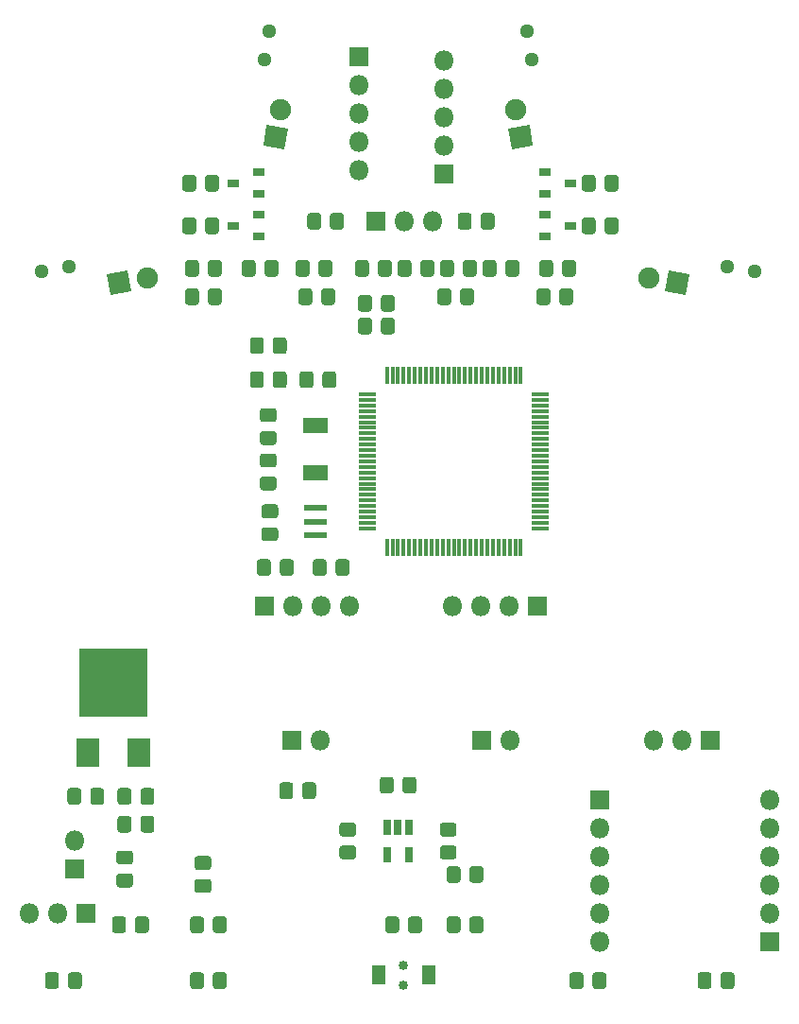
<source format=gbr>
%TF.GenerationSoftware,KiCad,Pcbnew,(5.1.6)-1*%
%TF.CreationDate,2022-04-30T17:28:47+09:00*%
%TF.ProjectId,RX621,52583632-312e-46b6-9963-61645f706362,rev?*%
%TF.SameCoordinates,Original*%
%TF.FileFunction,Soldermask,Top*%
%TF.FilePolarity,Negative*%
%FSLAX46Y46*%
G04 Gerber Fmt 4.6, Leading zero omitted, Abs format (unit mm)*
G04 Created by KiCad (PCBNEW (5.1.6)-1) date 2022-04-30 17:28:47*
%MOMM*%
%LPD*%
G01*
G04 APERTURE LIST*
%ADD10R,1.800000X1.800000*%
%ADD11O,1.800000X1.800000*%
%ADD12R,1.575000X0.400000*%
%ADD13R,0.400000X1.575000*%
%ADD14R,2.100000X2.600000*%
%ADD15R,6.100000X6.100000*%
%ADD16R,0.700000X1.450000*%
%ADD17C,1.900000*%
%ADD18C,0.100000*%
%ADD19C,1.292000*%
%ADD20R,1.150000X1.700000*%
%ADD21C,0.850000*%
%ADD22R,1.100000X0.700000*%
%ADD23R,2.300000X1.400000*%
%ADD24R,2.000000X0.500000*%
G04 APERTURE END LIST*
%TO.C,R10*%
G36*
G01*
X232600000Y-146521738D02*
X232600000Y-147478262D01*
G75*
G02*
X232328262Y-147750000I-271738J0D01*
G01*
X231621738Y-147750000D01*
G75*
G02*
X231350000Y-147478262I0J271738D01*
G01*
X231350000Y-146521738D01*
G75*
G02*
X231621738Y-146250000I271738J0D01*
G01*
X232328262Y-146250000D01*
G75*
G02*
X232600000Y-146521738I0J-271738D01*
G01*
G37*
G36*
G01*
X234650000Y-146521738D02*
X234650000Y-147478262D01*
G75*
G02*
X234378262Y-147750000I-271738J0D01*
G01*
X233671738Y-147750000D01*
G75*
G02*
X233400000Y-147478262I0J271738D01*
G01*
X233400000Y-146521738D01*
G75*
G02*
X233671738Y-146250000I271738J0D01*
G01*
X234378262Y-146250000D01*
G75*
G02*
X234650000Y-146521738I0J-271738D01*
G01*
G37*
%TD*%
D10*
%TO.C,BAT1*%
X198000000Y-146500000D03*
D11*
X198000000Y-143960000D03*
%TD*%
%TO.C,C1*%
G36*
G01*
X216350000Y-139978262D02*
X216350000Y-139021738D01*
G75*
G02*
X216621738Y-138750000I271738J0D01*
G01*
X217328262Y-138750000D01*
G75*
G02*
X217600000Y-139021738I0J-271738D01*
G01*
X217600000Y-139978262D01*
G75*
G02*
X217328262Y-140250000I-271738J0D01*
G01*
X216621738Y-140250000D01*
G75*
G02*
X216350000Y-139978262I0J271738D01*
G01*
G37*
G36*
G01*
X218400000Y-139978262D02*
X218400000Y-139021738D01*
G75*
G02*
X218671738Y-138750000I271738J0D01*
G01*
X219378262Y-138750000D01*
G75*
G02*
X219650000Y-139021738I0J-271738D01*
G01*
X219650000Y-139978262D01*
G75*
G02*
X219378262Y-140250000I-271738J0D01*
G01*
X218671738Y-140250000D01*
G75*
G02*
X218400000Y-139978262I0J271738D01*
G01*
G37*
%TD*%
%TO.C,C2*%
G36*
G01*
X209021738Y-147400000D02*
X209978262Y-147400000D01*
G75*
G02*
X210250000Y-147671738I0J-271738D01*
G01*
X210250000Y-148378262D01*
G75*
G02*
X209978262Y-148650000I-271738J0D01*
G01*
X209021738Y-148650000D01*
G75*
G02*
X208750000Y-148378262I0J271738D01*
G01*
X208750000Y-147671738D01*
G75*
G02*
X209021738Y-147400000I271738J0D01*
G01*
G37*
G36*
G01*
X209021738Y-145350000D02*
X209978262Y-145350000D01*
G75*
G02*
X210250000Y-145621738I0J-271738D01*
G01*
X210250000Y-146328262D01*
G75*
G02*
X209978262Y-146600000I-271738J0D01*
G01*
X209021738Y-146600000D01*
G75*
G02*
X208750000Y-146328262I0J271738D01*
G01*
X208750000Y-145621738D01*
G75*
G02*
X209021738Y-145350000I271738J0D01*
G01*
G37*
%TD*%
%TO.C,C3*%
G36*
G01*
X231978262Y-145650000D02*
X231021738Y-145650000D01*
G75*
G02*
X230750000Y-145378262I0J271738D01*
G01*
X230750000Y-144671738D01*
G75*
G02*
X231021738Y-144400000I271738J0D01*
G01*
X231978262Y-144400000D01*
G75*
G02*
X232250000Y-144671738I0J-271738D01*
G01*
X232250000Y-145378262D01*
G75*
G02*
X231978262Y-145650000I-271738J0D01*
G01*
G37*
G36*
G01*
X231978262Y-143600000D02*
X231021738Y-143600000D01*
G75*
G02*
X230750000Y-143328262I0J271738D01*
G01*
X230750000Y-142621738D01*
G75*
G02*
X231021738Y-142350000I271738J0D01*
G01*
X231978262Y-142350000D01*
G75*
G02*
X232250000Y-142621738I0J-271738D01*
G01*
X232250000Y-143328262D01*
G75*
G02*
X231978262Y-143600000I-271738J0D01*
G01*
G37*
%TD*%
%TO.C,C4*%
G36*
G01*
X228650000Y-138521738D02*
X228650000Y-139478262D01*
G75*
G02*
X228378262Y-139750000I-271738J0D01*
G01*
X227671738Y-139750000D01*
G75*
G02*
X227400000Y-139478262I0J271738D01*
G01*
X227400000Y-138521738D01*
G75*
G02*
X227671738Y-138250000I271738J0D01*
G01*
X228378262Y-138250000D01*
G75*
G02*
X228650000Y-138521738I0J-271738D01*
G01*
G37*
G36*
G01*
X226600000Y-138521738D02*
X226600000Y-139478262D01*
G75*
G02*
X226328262Y-139750000I-271738J0D01*
G01*
X225621738Y-139750000D01*
G75*
G02*
X225350000Y-139478262I0J271738D01*
G01*
X225350000Y-138521738D01*
G75*
G02*
X225621738Y-138250000I271738J0D01*
G01*
X226328262Y-138250000D01*
G75*
G02*
X226600000Y-138521738I0J-271738D01*
G01*
G37*
%TD*%
%TO.C,C5*%
G36*
G01*
X222978262Y-143600000D02*
X222021738Y-143600000D01*
G75*
G02*
X221750000Y-143328262I0J271738D01*
G01*
X221750000Y-142621738D01*
G75*
G02*
X222021738Y-142350000I271738J0D01*
G01*
X222978262Y-142350000D01*
G75*
G02*
X223250000Y-142621738I0J-271738D01*
G01*
X223250000Y-143328262D01*
G75*
G02*
X222978262Y-143600000I-271738J0D01*
G01*
G37*
G36*
G01*
X222978262Y-145650000D02*
X222021738Y-145650000D01*
G75*
G02*
X221750000Y-145378262I0J271738D01*
G01*
X221750000Y-144671738D01*
G75*
G02*
X222021738Y-144400000I271738J0D01*
G01*
X222978262Y-144400000D01*
G75*
G02*
X223250000Y-144671738I0J-271738D01*
G01*
X223250000Y-145378262D01*
G75*
G02*
X222978262Y-145650000I-271738J0D01*
G01*
G37*
%TD*%
%TO.C,C6*%
G36*
G01*
X219350000Y-119978262D02*
X219350000Y-119021738D01*
G75*
G02*
X219621738Y-118750000I271738J0D01*
G01*
X220328262Y-118750000D01*
G75*
G02*
X220600000Y-119021738I0J-271738D01*
G01*
X220600000Y-119978262D01*
G75*
G02*
X220328262Y-120250000I-271738J0D01*
G01*
X219621738Y-120250000D01*
G75*
G02*
X219350000Y-119978262I0J271738D01*
G01*
G37*
G36*
G01*
X221400000Y-119978262D02*
X221400000Y-119021738D01*
G75*
G02*
X221671738Y-118750000I271738J0D01*
G01*
X222378262Y-118750000D01*
G75*
G02*
X222650000Y-119021738I0J-271738D01*
G01*
X222650000Y-119978262D01*
G75*
G02*
X222378262Y-120250000I-271738J0D01*
G01*
X221671738Y-120250000D01*
G75*
G02*
X221400000Y-119978262I0J271738D01*
G01*
G37*
%TD*%
%TO.C,C7*%
G36*
G01*
X202978262Y-146100000D02*
X202021738Y-146100000D01*
G75*
G02*
X201750000Y-145828262I0J271738D01*
G01*
X201750000Y-145121738D01*
G75*
G02*
X202021738Y-144850000I271738J0D01*
G01*
X202978262Y-144850000D01*
G75*
G02*
X203250000Y-145121738I0J-271738D01*
G01*
X203250000Y-145828262D01*
G75*
G02*
X202978262Y-146100000I-271738J0D01*
G01*
G37*
G36*
G01*
X202978262Y-148150000D02*
X202021738Y-148150000D01*
G75*
G02*
X201750000Y-147878262I0J271738D01*
G01*
X201750000Y-147171738D01*
G75*
G02*
X202021738Y-146900000I271738J0D01*
G01*
X202978262Y-146900000D01*
G75*
G02*
X203250000Y-147171738I0J-271738D01*
G01*
X203250000Y-147878262D01*
G75*
G02*
X202978262Y-148150000I-271738J0D01*
G01*
G37*
%TD*%
%TO.C,C8*%
G36*
G01*
X215600000Y-119021738D02*
X215600000Y-119978262D01*
G75*
G02*
X215328262Y-120250000I-271738J0D01*
G01*
X214621738Y-120250000D01*
G75*
G02*
X214350000Y-119978262I0J271738D01*
G01*
X214350000Y-119021738D01*
G75*
G02*
X214621738Y-118750000I271738J0D01*
G01*
X215328262Y-118750000D01*
G75*
G02*
X215600000Y-119021738I0J-271738D01*
G01*
G37*
G36*
G01*
X217650000Y-119021738D02*
X217650000Y-119978262D01*
G75*
G02*
X217378262Y-120250000I-271738J0D01*
G01*
X216671738Y-120250000D01*
G75*
G02*
X216400000Y-119978262I0J271738D01*
G01*
X216400000Y-119021738D01*
G75*
G02*
X216671738Y-118750000I271738J0D01*
G01*
X217378262Y-118750000D01*
G75*
G02*
X217650000Y-119021738I0J-271738D01*
G01*
G37*
%TD*%
%TO.C,C9*%
G36*
G01*
X214889738Y-107282000D02*
X215846262Y-107282000D01*
G75*
G02*
X216118000Y-107553738I0J-271738D01*
G01*
X216118000Y-108260262D01*
G75*
G02*
X215846262Y-108532000I-271738J0D01*
G01*
X214889738Y-108532000D01*
G75*
G02*
X214618000Y-108260262I0J271738D01*
G01*
X214618000Y-107553738D01*
G75*
G02*
X214889738Y-107282000I271738J0D01*
G01*
G37*
G36*
G01*
X214889738Y-105232000D02*
X215846262Y-105232000D01*
G75*
G02*
X216118000Y-105503738I0J-271738D01*
G01*
X216118000Y-106210262D01*
G75*
G02*
X215846262Y-106482000I-271738J0D01*
G01*
X214889738Y-106482000D01*
G75*
G02*
X214618000Y-106210262I0J271738D01*
G01*
X214618000Y-105503738D01*
G75*
G02*
X214889738Y-105232000I271738J0D01*
G01*
G37*
%TD*%
%TO.C,C10*%
G36*
G01*
X215846262Y-112596000D02*
X214889738Y-112596000D01*
G75*
G02*
X214618000Y-112324262I0J271738D01*
G01*
X214618000Y-111617738D01*
G75*
G02*
X214889738Y-111346000I271738J0D01*
G01*
X215846262Y-111346000D01*
G75*
G02*
X216118000Y-111617738I0J-271738D01*
G01*
X216118000Y-112324262D01*
G75*
G02*
X215846262Y-112596000I-271738J0D01*
G01*
G37*
G36*
G01*
X215846262Y-110546000D02*
X214889738Y-110546000D01*
G75*
G02*
X214618000Y-110274262I0J271738D01*
G01*
X214618000Y-109567738D01*
G75*
G02*
X214889738Y-109296000I271738J0D01*
G01*
X215846262Y-109296000D01*
G75*
G02*
X216118000Y-109567738I0J-271738D01*
G01*
X216118000Y-110274262D01*
G75*
G02*
X215846262Y-110546000I-271738J0D01*
G01*
G37*
%TD*%
%TO.C,C11*%
G36*
G01*
X198600000Y-139521738D02*
X198600000Y-140478262D01*
G75*
G02*
X198328262Y-140750000I-271738J0D01*
G01*
X197621738Y-140750000D01*
G75*
G02*
X197350000Y-140478262I0J271738D01*
G01*
X197350000Y-139521738D01*
G75*
G02*
X197621738Y-139250000I271738J0D01*
G01*
X198328262Y-139250000D01*
G75*
G02*
X198600000Y-139521738I0J-271738D01*
G01*
G37*
G36*
G01*
X200650000Y-139521738D02*
X200650000Y-140478262D01*
G75*
G02*
X200378262Y-140750000I-271738J0D01*
G01*
X199671738Y-140750000D01*
G75*
G02*
X199400000Y-140478262I0J271738D01*
G01*
X199400000Y-139521738D01*
G75*
G02*
X199671738Y-139250000I271738J0D01*
G01*
X200378262Y-139250000D01*
G75*
G02*
X200650000Y-139521738I0J-271738D01*
G01*
G37*
%TD*%
%TO.C,C12*%
G36*
G01*
X201850000Y-140478262D02*
X201850000Y-139521738D01*
G75*
G02*
X202121738Y-139250000I271738J0D01*
G01*
X202828262Y-139250000D01*
G75*
G02*
X203100000Y-139521738I0J-271738D01*
G01*
X203100000Y-140478262D01*
G75*
G02*
X202828262Y-140750000I-271738J0D01*
G01*
X202121738Y-140750000D01*
G75*
G02*
X201850000Y-140478262I0J271738D01*
G01*
G37*
G36*
G01*
X203900000Y-140478262D02*
X203900000Y-139521738D01*
G75*
G02*
X204171738Y-139250000I271738J0D01*
G01*
X204878262Y-139250000D01*
G75*
G02*
X205150000Y-139521738I0J-271738D01*
G01*
X205150000Y-140478262D01*
G75*
G02*
X204878262Y-140750000I-271738J0D01*
G01*
X204171738Y-140750000D01*
G75*
G02*
X203900000Y-140478262I0J271738D01*
G01*
G37*
%TD*%
%TO.C,C13*%
G36*
G01*
X203900000Y-142978262D02*
X203900000Y-142021738D01*
G75*
G02*
X204171738Y-141750000I271738J0D01*
G01*
X204878262Y-141750000D01*
G75*
G02*
X205150000Y-142021738I0J-271738D01*
G01*
X205150000Y-142978262D01*
G75*
G02*
X204878262Y-143250000I-271738J0D01*
G01*
X204171738Y-143250000D01*
G75*
G02*
X203900000Y-142978262I0J271738D01*
G01*
G37*
G36*
G01*
X201850000Y-142978262D02*
X201850000Y-142021738D01*
G75*
G02*
X202121738Y-141750000I271738J0D01*
G01*
X202828262Y-141750000D01*
G75*
G02*
X203100000Y-142021738I0J-271738D01*
G01*
X203100000Y-142978262D01*
G75*
G02*
X202828262Y-143250000I-271738J0D01*
G01*
X202121738Y-143250000D01*
G75*
G02*
X201850000Y-142978262I0J271738D01*
G01*
G37*
%TD*%
%TO.C,C14*%
G36*
G01*
X223410000Y-98367262D02*
X223410000Y-97410738D01*
G75*
G02*
X223681738Y-97139000I271738J0D01*
G01*
X224388262Y-97139000D01*
G75*
G02*
X224660000Y-97410738I0J-271738D01*
G01*
X224660000Y-98367262D01*
G75*
G02*
X224388262Y-98639000I-271738J0D01*
G01*
X223681738Y-98639000D01*
G75*
G02*
X223410000Y-98367262I0J271738D01*
G01*
G37*
G36*
G01*
X225460000Y-98367262D02*
X225460000Y-97410738D01*
G75*
G02*
X225731738Y-97139000I271738J0D01*
G01*
X226438262Y-97139000D01*
G75*
G02*
X226710000Y-97410738I0J-271738D01*
G01*
X226710000Y-98367262D01*
G75*
G02*
X226438262Y-98639000I-271738J0D01*
G01*
X225731738Y-98639000D01*
G75*
G02*
X225460000Y-98367262I0J271738D01*
G01*
G37*
%TD*%
%TO.C,C15*%
G36*
G01*
X215030000Y-93188262D02*
X215030000Y-92231738D01*
G75*
G02*
X215301738Y-91960000I271738J0D01*
G01*
X216008262Y-91960000D01*
G75*
G02*
X216280000Y-92231738I0J-271738D01*
G01*
X216280000Y-93188262D01*
G75*
G02*
X216008262Y-93460000I-271738J0D01*
G01*
X215301738Y-93460000D01*
G75*
G02*
X215030000Y-93188262I0J271738D01*
G01*
G37*
G36*
G01*
X212980000Y-93188262D02*
X212980000Y-92231738D01*
G75*
G02*
X213251738Y-91960000I271738J0D01*
G01*
X213958262Y-91960000D01*
G75*
G02*
X214230000Y-92231738I0J-271738D01*
G01*
X214230000Y-93188262D01*
G75*
G02*
X213958262Y-93460000I-271738J0D01*
G01*
X213251738Y-93460000D01*
G75*
G02*
X212980000Y-93188262I0J271738D01*
G01*
G37*
%TD*%
%TO.C,C16*%
G36*
G01*
X223140000Y-93188262D02*
X223140000Y-92231738D01*
G75*
G02*
X223411738Y-91960000I271738J0D01*
G01*
X224118262Y-91960000D01*
G75*
G02*
X224390000Y-92231738I0J-271738D01*
G01*
X224390000Y-93188262D01*
G75*
G02*
X224118262Y-93460000I-271738J0D01*
G01*
X223411738Y-93460000D01*
G75*
G02*
X223140000Y-93188262I0J271738D01*
G01*
G37*
G36*
G01*
X225190000Y-93188262D02*
X225190000Y-92231738D01*
G75*
G02*
X225461738Y-91960000I271738J0D01*
G01*
X226168262Y-91960000D01*
G75*
G02*
X226440000Y-92231738I0J-271738D01*
G01*
X226440000Y-93188262D01*
G75*
G02*
X226168262Y-93460000I-271738J0D01*
G01*
X225461738Y-93460000D01*
G75*
G02*
X225190000Y-93188262I0J271738D01*
G01*
G37*
%TD*%
%TO.C,C17*%
G36*
G01*
X229000000Y-93188262D02*
X229000000Y-92231738D01*
G75*
G02*
X229271738Y-91960000I271738J0D01*
G01*
X229978262Y-91960000D01*
G75*
G02*
X230250000Y-92231738I0J-271738D01*
G01*
X230250000Y-93188262D01*
G75*
G02*
X229978262Y-93460000I-271738J0D01*
G01*
X229271738Y-93460000D01*
G75*
G02*
X229000000Y-93188262I0J271738D01*
G01*
G37*
G36*
G01*
X226950000Y-93188262D02*
X226950000Y-92231738D01*
G75*
G02*
X227221738Y-91960000I271738J0D01*
G01*
X227928262Y-91960000D01*
G75*
G02*
X228200000Y-92231738I0J-271738D01*
G01*
X228200000Y-93188262D01*
G75*
G02*
X227928262Y-93460000I-271738J0D01*
G01*
X227221738Y-93460000D01*
G75*
G02*
X226950000Y-93188262I0J271738D01*
G01*
G37*
%TD*%
%TO.C,C18*%
G36*
G01*
X234570000Y-93188262D02*
X234570000Y-92231738D01*
G75*
G02*
X234841738Y-91960000I271738J0D01*
G01*
X235548262Y-91960000D01*
G75*
G02*
X235820000Y-92231738I0J-271738D01*
G01*
X235820000Y-93188262D01*
G75*
G02*
X235548262Y-93460000I-271738J0D01*
G01*
X234841738Y-93460000D01*
G75*
G02*
X234570000Y-93188262I0J271738D01*
G01*
G37*
G36*
G01*
X236620000Y-93188262D02*
X236620000Y-92231738D01*
G75*
G02*
X236891738Y-91960000I271738J0D01*
G01*
X237598262Y-91960000D01*
G75*
G02*
X237870000Y-92231738I0J-271738D01*
G01*
X237870000Y-93188262D01*
G75*
G02*
X237598262Y-93460000I-271738J0D01*
G01*
X236891738Y-93460000D01*
G75*
G02*
X236620000Y-93188262I0J271738D01*
G01*
G37*
%TD*%
%TO.C,CN1*%
X230080000Y-88500000D03*
X227540000Y-88500000D03*
D10*
X225000000Y-88500000D03*
%TD*%
%TO.C,ENC_L1*%
X215000000Y-123000000D03*
D11*
X217540000Y-123000000D03*
X220080000Y-123000000D03*
X222620000Y-123000000D03*
%TD*%
%TO.C,ENC_R1*%
X231880000Y-123000000D03*
X234420000Y-123000000D03*
X236960000Y-123000000D03*
D10*
X239500000Y-123000000D03*
%TD*%
%TO.C,G1*%
X223500000Y-73750000D03*
D11*
X223500000Y-76290000D03*
X223500000Y-78830000D03*
X223500000Y-81370000D03*
X223500000Y-83910000D03*
%TD*%
%TO.C,G2*%
X231100000Y-74090000D03*
X231100000Y-76630000D03*
X231100000Y-79170000D03*
X231100000Y-81710000D03*
D10*
X231100000Y-84250000D03*
%TD*%
D12*
%TO.C,IC1*%
X224262000Y-104000000D03*
X224262000Y-104500000D03*
X224262000Y-105000000D03*
X224262000Y-105500000D03*
X224262000Y-106000000D03*
X224262000Y-106500000D03*
X224262000Y-107000000D03*
X224262000Y-107500000D03*
X224262000Y-108000000D03*
X224262000Y-108500000D03*
X224262000Y-109000000D03*
X224262000Y-109500000D03*
X224262000Y-110000000D03*
X224262000Y-110500000D03*
X224262000Y-111000000D03*
X224262000Y-111500000D03*
X224262000Y-112000000D03*
X224262000Y-112500000D03*
X224262000Y-113000000D03*
X224262000Y-113500000D03*
X224262000Y-114000000D03*
X224262000Y-114500000D03*
X224262000Y-115000000D03*
X224262000Y-115500000D03*
X224262000Y-116000000D03*
D13*
X226000000Y-117738000D03*
X226500000Y-117738000D03*
X227000000Y-117738000D03*
X227500000Y-117738000D03*
X228000000Y-117738000D03*
X228500000Y-117738000D03*
X229000000Y-117738000D03*
X229500000Y-117738000D03*
X230000000Y-117738000D03*
X230500000Y-117738000D03*
X231000000Y-117738000D03*
X231500000Y-117738000D03*
X232000000Y-117738000D03*
X232500000Y-117738000D03*
X233000000Y-117738000D03*
X233500000Y-117738000D03*
X234000000Y-117738000D03*
X234500000Y-117738000D03*
X235000000Y-117738000D03*
X235500000Y-117738000D03*
X236000000Y-117738000D03*
X236500000Y-117738000D03*
X237000000Y-117738000D03*
X237500000Y-117738000D03*
X238000000Y-117738000D03*
D12*
X239738000Y-116000000D03*
X239738000Y-115500000D03*
X239738000Y-115000000D03*
X239738000Y-114500000D03*
X239738000Y-114000000D03*
X239738000Y-113500000D03*
X239738000Y-113000000D03*
X239738000Y-112500000D03*
X239738000Y-112000000D03*
X239738000Y-111500000D03*
X239738000Y-111000000D03*
X239738000Y-110500000D03*
X239738000Y-110000000D03*
X239738000Y-109500000D03*
X239738000Y-109000000D03*
X239738000Y-108500000D03*
X239738000Y-108000000D03*
X239738000Y-107500000D03*
X239738000Y-107000000D03*
X239738000Y-106500000D03*
X239738000Y-106000000D03*
X239738000Y-105500000D03*
X239738000Y-105000000D03*
X239738000Y-104500000D03*
X239738000Y-104000000D03*
D13*
X238000000Y-102262000D03*
X237500000Y-102262000D03*
X237000000Y-102262000D03*
X236500000Y-102262000D03*
X236000000Y-102262000D03*
X235500000Y-102262000D03*
X235000000Y-102262000D03*
X234500000Y-102262000D03*
X234000000Y-102262000D03*
X233500000Y-102262000D03*
X233000000Y-102262000D03*
X232500000Y-102262000D03*
X232000000Y-102262000D03*
X231500000Y-102262000D03*
X231000000Y-102262000D03*
X230500000Y-102262000D03*
X230000000Y-102262000D03*
X229500000Y-102262000D03*
X229000000Y-102262000D03*
X228500000Y-102262000D03*
X228000000Y-102262000D03*
X227500000Y-102262000D03*
X227000000Y-102262000D03*
X226500000Y-102262000D03*
X226000000Y-102262000D03*
%TD*%
D14*
%TO.C,IC2*%
X199200000Y-136055000D03*
D15*
X201500000Y-129805000D03*
D14*
X203800000Y-136055000D03*
%TD*%
D16*
%TO.C,IC3*%
X227950000Y-142800000D03*
X227000000Y-142800000D03*
X226050000Y-142800000D03*
X226050000Y-145200000D03*
X227950000Y-145200000D03*
%TD*%
D17*
%TO.C,IR1*%
X204501412Y-93558934D03*
D18*
G36*
X201229398Y-95100533D02*
G01*
X200899467Y-93229398D01*
X202770602Y-92899467D01*
X203100533Y-94770602D01*
X201229398Y-95100533D01*
G37*
%TD*%
%TO.C,IR2*%
G36*
X216770602Y-82100533D02*
G01*
X214899467Y-81770602D01*
X215229398Y-79899467D01*
X217100533Y-80229398D01*
X216770602Y-82100533D01*
G37*
D17*
X216441066Y-78498588D03*
%TD*%
%TO.C,IR3*%
X237558934Y-78498588D03*
D18*
G36*
X239100533Y-81770602D02*
G01*
X237229398Y-82100533D01*
X236899467Y-80229398D01*
X238770602Y-79899467D01*
X239100533Y-81770602D01*
G37*
%TD*%
%TO.C,IR4*%
G36*
X253100533Y-93229398D02*
G01*
X252770602Y-95100533D01*
X250899467Y-94770602D01*
X251229398Y-92899467D01*
X253100533Y-93229398D01*
G37*
D17*
X249498588Y-93558934D03*
%TD*%
%TO.C,L1*%
G36*
G01*
X195350000Y-156978262D02*
X195350000Y-156021738D01*
G75*
G02*
X195621738Y-155750000I271738J0D01*
G01*
X196328262Y-155750000D01*
G75*
G02*
X196600000Y-156021738I0J-271738D01*
G01*
X196600000Y-156978262D01*
G75*
G02*
X196328262Y-157250000I-271738J0D01*
G01*
X195621738Y-157250000D01*
G75*
G02*
X195350000Y-156978262I0J271738D01*
G01*
G37*
G36*
G01*
X197400000Y-156978262D02*
X197400000Y-156021738D01*
G75*
G02*
X197671738Y-155750000I271738J0D01*
G01*
X198378262Y-155750000D01*
G75*
G02*
X198650000Y-156021738I0J-271738D01*
G01*
X198650000Y-156978262D01*
G75*
G02*
X198378262Y-157250000I-271738J0D01*
G01*
X197671738Y-157250000D01*
G75*
G02*
X197400000Y-156978262I0J271738D01*
G01*
G37*
%TD*%
%TO.C,L2*%
G36*
G01*
X210400000Y-156978262D02*
X210400000Y-156021738D01*
G75*
G02*
X210671738Y-155750000I271738J0D01*
G01*
X211378262Y-155750000D01*
G75*
G02*
X211650000Y-156021738I0J-271738D01*
G01*
X211650000Y-156978262D01*
G75*
G02*
X211378262Y-157250000I-271738J0D01*
G01*
X210671738Y-157250000D01*
G75*
G02*
X210400000Y-156978262I0J271738D01*
G01*
G37*
G36*
G01*
X208350000Y-156978262D02*
X208350000Y-156021738D01*
G75*
G02*
X208621738Y-155750000I271738J0D01*
G01*
X209328262Y-155750000D01*
G75*
G02*
X209600000Y-156021738I0J-271738D01*
G01*
X209600000Y-156978262D01*
G75*
G02*
X209328262Y-157250000I-271738J0D01*
G01*
X208621738Y-157250000D01*
G75*
G02*
X208350000Y-156978262I0J271738D01*
G01*
G37*
%TD*%
%TO.C,L3*%
G36*
G01*
X242375000Y-156978262D02*
X242375000Y-156021738D01*
G75*
G02*
X242646738Y-155750000I271738J0D01*
G01*
X243353262Y-155750000D01*
G75*
G02*
X243625000Y-156021738I0J-271738D01*
G01*
X243625000Y-156978262D01*
G75*
G02*
X243353262Y-157250000I-271738J0D01*
G01*
X242646738Y-157250000D01*
G75*
G02*
X242375000Y-156978262I0J271738D01*
G01*
G37*
G36*
G01*
X244425000Y-156978262D02*
X244425000Y-156021738D01*
G75*
G02*
X244696738Y-155750000I271738J0D01*
G01*
X245403262Y-155750000D01*
G75*
G02*
X245675000Y-156021738I0J-271738D01*
G01*
X245675000Y-156978262D01*
G75*
G02*
X245403262Y-157250000I-271738J0D01*
G01*
X244696738Y-157250000D01*
G75*
G02*
X244425000Y-156978262I0J271738D01*
G01*
G37*
%TD*%
%TO.C,L4*%
G36*
G01*
X255100000Y-156021738D02*
X255100000Y-156978262D01*
G75*
G02*
X254828262Y-157250000I-271738J0D01*
G01*
X254121738Y-157250000D01*
G75*
G02*
X253850000Y-156978262I0J271738D01*
G01*
X253850000Y-156021738D01*
G75*
G02*
X254121738Y-155750000I271738J0D01*
G01*
X254828262Y-155750000D01*
G75*
G02*
X255100000Y-156021738I0J-271738D01*
G01*
G37*
G36*
G01*
X257150000Y-156021738D02*
X257150000Y-156978262D01*
G75*
G02*
X256878262Y-157250000I-271738J0D01*
G01*
X256171738Y-157250000D01*
G75*
G02*
X255900000Y-156978262I0J271738D01*
G01*
X255900000Y-156021738D01*
G75*
G02*
X256171738Y-155750000I271738J0D01*
G01*
X256878262Y-155750000D01*
G75*
G02*
X257150000Y-156021738I0J-271738D01*
G01*
G37*
%TD*%
D11*
%TO.C,M_L1*%
X237040000Y-135000000D03*
D10*
X234500000Y-135000000D03*
%TD*%
%TO.C,M_R1*%
X217500000Y-135000000D03*
D11*
X220040000Y-135000000D03*
%TD*%
D10*
%TO.C,MD1*%
X245094000Y-140334000D03*
D11*
X245094000Y-142874000D03*
X245094000Y-145414000D03*
X245094000Y-147954000D03*
X245094000Y-150494000D03*
X245094000Y-153034000D03*
%TD*%
%TO.C,MD2*%
X260334000Y-140334000D03*
X260334000Y-142874000D03*
X260334000Y-145414000D03*
X260334000Y-147954000D03*
X260334000Y-150494000D03*
D10*
X260334000Y-153034000D03*
%TD*%
%TO.C,R1*%
G36*
G01*
X220900000Y-88978262D02*
X220900000Y-88021738D01*
G75*
G02*
X221171738Y-87750000I271738J0D01*
G01*
X221878262Y-87750000D01*
G75*
G02*
X222150000Y-88021738I0J-271738D01*
G01*
X222150000Y-88978262D01*
G75*
G02*
X221878262Y-89250000I-271738J0D01*
G01*
X221171738Y-89250000D01*
G75*
G02*
X220900000Y-88978262I0J271738D01*
G01*
G37*
G36*
G01*
X218850000Y-88978262D02*
X218850000Y-88021738D01*
G75*
G02*
X219121738Y-87750000I271738J0D01*
G01*
X219828262Y-87750000D01*
G75*
G02*
X220100000Y-88021738I0J-271738D01*
G01*
X220100000Y-88978262D01*
G75*
G02*
X219828262Y-89250000I-271738J0D01*
G01*
X219121738Y-89250000D01*
G75*
G02*
X218850000Y-88978262I0J271738D01*
G01*
G37*
%TD*%
%TO.C,R2*%
G36*
G01*
X233600000Y-88021738D02*
X233600000Y-88978262D01*
G75*
G02*
X233328262Y-89250000I-271738J0D01*
G01*
X232621738Y-89250000D01*
G75*
G02*
X232350000Y-88978262I0J271738D01*
G01*
X232350000Y-88021738D01*
G75*
G02*
X232621738Y-87750000I271738J0D01*
G01*
X233328262Y-87750000D01*
G75*
G02*
X233600000Y-88021738I0J-271738D01*
G01*
G37*
G36*
G01*
X235650000Y-88021738D02*
X235650000Y-88978262D01*
G75*
G02*
X235378262Y-89250000I-271738J0D01*
G01*
X234671738Y-89250000D01*
G75*
G02*
X234400000Y-88978262I0J271738D01*
G01*
X234400000Y-88021738D01*
G75*
G02*
X234671738Y-87750000I271738J0D01*
G01*
X235378262Y-87750000D01*
G75*
G02*
X235650000Y-88021738I0J-271738D01*
G01*
G37*
%TD*%
%TO.C,R3*%
G36*
G01*
X215978262Y-117150000D02*
X215021738Y-117150000D01*
G75*
G02*
X214750000Y-116878262I0J271738D01*
G01*
X214750000Y-116171738D01*
G75*
G02*
X215021738Y-115900000I271738J0D01*
G01*
X215978262Y-115900000D01*
G75*
G02*
X216250000Y-116171738I0J-271738D01*
G01*
X216250000Y-116878262D01*
G75*
G02*
X215978262Y-117150000I-271738J0D01*
G01*
G37*
G36*
G01*
X215978262Y-115100000D02*
X215021738Y-115100000D01*
G75*
G02*
X214750000Y-114828262I0J271738D01*
G01*
X214750000Y-114121738D01*
G75*
G02*
X215021738Y-113850000I271738J0D01*
G01*
X215978262Y-113850000D01*
G75*
G02*
X216250000Y-114121738I0J-271738D01*
G01*
X216250000Y-114828262D01*
G75*
G02*
X215978262Y-115100000I-271738J0D01*
G01*
G37*
%TD*%
%TO.C,R4*%
G36*
G01*
X221463000Y-102212738D02*
X221463000Y-103169262D01*
G75*
G02*
X221191262Y-103441000I-271738J0D01*
G01*
X220484738Y-103441000D01*
G75*
G02*
X220213000Y-103169262I0J271738D01*
G01*
X220213000Y-102212738D01*
G75*
G02*
X220484738Y-101941000I271738J0D01*
G01*
X221191262Y-101941000D01*
G75*
G02*
X221463000Y-102212738I0J-271738D01*
G01*
G37*
G36*
G01*
X219413000Y-102212738D02*
X219413000Y-103169262D01*
G75*
G02*
X219141262Y-103441000I-271738J0D01*
G01*
X218434738Y-103441000D01*
G75*
G02*
X218163000Y-103169262I0J271738D01*
G01*
X218163000Y-102212738D01*
G75*
G02*
X218434738Y-101941000I271738J0D01*
G01*
X219141262Y-101941000D01*
G75*
G02*
X219413000Y-102212738I0J-271738D01*
G01*
G37*
%TD*%
%TO.C,R5*%
G36*
G01*
X217018000Y-102212738D02*
X217018000Y-103169262D01*
G75*
G02*
X216746262Y-103441000I-271738J0D01*
G01*
X216039738Y-103441000D01*
G75*
G02*
X215768000Y-103169262I0J271738D01*
G01*
X215768000Y-102212738D01*
G75*
G02*
X216039738Y-101941000I271738J0D01*
G01*
X216746262Y-101941000D01*
G75*
G02*
X217018000Y-102212738I0J-271738D01*
G01*
G37*
G36*
G01*
X214968000Y-102212738D02*
X214968000Y-103169262D01*
G75*
G02*
X214696262Y-103441000I-271738J0D01*
G01*
X213989738Y-103441000D01*
G75*
G02*
X213718000Y-103169262I0J271738D01*
G01*
X213718000Y-102212738D01*
G75*
G02*
X213989738Y-101941000I271738J0D01*
G01*
X214696262Y-101941000D01*
G75*
G02*
X214968000Y-102212738I0J-271738D01*
G01*
G37*
%TD*%
%TO.C,R6*%
G36*
G01*
X227900000Y-151978262D02*
X227900000Y-151021738D01*
G75*
G02*
X228171738Y-150750000I271738J0D01*
G01*
X228878262Y-150750000D01*
G75*
G02*
X229150000Y-151021738I0J-271738D01*
G01*
X229150000Y-151978262D01*
G75*
G02*
X228878262Y-152250000I-271738J0D01*
G01*
X228171738Y-152250000D01*
G75*
G02*
X227900000Y-151978262I0J271738D01*
G01*
G37*
G36*
G01*
X225850000Y-151978262D02*
X225850000Y-151021738D01*
G75*
G02*
X226121738Y-150750000I271738J0D01*
G01*
X226828262Y-150750000D01*
G75*
G02*
X227100000Y-151021738I0J-271738D01*
G01*
X227100000Y-151978262D01*
G75*
G02*
X226828262Y-152250000I-271738J0D01*
G01*
X226121738Y-152250000D01*
G75*
G02*
X225850000Y-151978262I0J271738D01*
G01*
G37*
%TD*%
%TO.C,R7*%
G36*
G01*
X201350000Y-151978262D02*
X201350000Y-151021738D01*
G75*
G02*
X201621738Y-150750000I271738J0D01*
G01*
X202328262Y-150750000D01*
G75*
G02*
X202600000Y-151021738I0J-271738D01*
G01*
X202600000Y-151978262D01*
G75*
G02*
X202328262Y-152250000I-271738J0D01*
G01*
X201621738Y-152250000D01*
G75*
G02*
X201350000Y-151978262I0J271738D01*
G01*
G37*
G36*
G01*
X203400000Y-151978262D02*
X203400000Y-151021738D01*
G75*
G02*
X203671738Y-150750000I271738J0D01*
G01*
X204378262Y-150750000D01*
G75*
G02*
X204650000Y-151021738I0J-271738D01*
G01*
X204650000Y-151978262D01*
G75*
G02*
X204378262Y-152250000I-271738J0D01*
G01*
X203671738Y-152250000D01*
G75*
G02*
X203400000Y-151978262I0J271738D01*
G01*
G37*
%TD*%
%TO.C,R8*%
G36*
G01*
X210400000Y-151978262D02*
X210400000Y-151021738D01*
G75*
G02*
X210671738Y-150750000I271738J0D01*
G01*
X211378262Y-150750000D01*
G75*
G02*
X211650000Y-151021738I0J-271738D01*
G01*
X211650000Y-151978262D01*
G75*
G02*
X211378262Y-152250000I-271738J0D01*
G01*
X210671738Y-152250000D01*
G75*
G02*
X210400000Y-151978262I0J271738D01*
G01*
G37*
G36*
G01*
X208350000Y-151978262D02*
X208350000Y-151021738D01*
G75*
G02*
X208621738Y-150750000I271738J0D01*
G01*
X209328262Y-150750000D01*
G75*
G02*
X209600000Y-151021738I0J-271738D01*
G01*
X209600000Y-151978262D01*
G75*
G02*
X209328262Y-152250000I-271738J0D01*
G01*
X208621738Y-152250000D01*
G75*
G02*
X208350000Y-151978262I0J271738D01*
G01*
G37*
%TD*%
%TO.C,R9*%
G36*
G01*
X231350000Y-151978262D02*
X231350000Y-151021738D01*
G75*
G02*
X231621738Y-150750000I271738J0D01*
G01*
X232328262Y-150750000D01*
G75*
G02*
X232600000Y-151021738I0J-271738D01*
G01*
X232600000Y-151978262D01*
G75*
G02*
X232328262Y-152250000I-271738J0D01*
G01*
X231621738Y-152250000D01*
G75*
G02*
X231350000Y-151978262I0J271738D01*
G01*
G37*
G36*
G01*
X233400000Y-151978262D02*
X233400000Y-151021738D01*
G75*
G02*
X233671738Y-150750000I271738J0D01*
G01*
X234378262Y-150750000D01*
G75*
G02*
X234650000Y-151021738I0J-271738D01*
G01*
X234650000Y-151978262D01*
G75*
G02*
X234378262Y-152250000I-271738J0D01*
G01*
X233671738Y-152250000D01*
G75*
G02*
X233400000Y-151978262I0J271738D01*
G01*
G37*
%TD*%
%TO.C,R11*%
G36*
G01*
X207655000Y-89378262D02*
X207655000Y-88421738D01*
G75*
G02*
X207926738Y-88150000I271738J0D01*
G01*
X208633262Y-88150000D01*
G75*
G02*
X208905000Y-88421738I0J-271738D01*
G01*
X208905000Y-89378262D01*
G75*
G02*
X208633262Y-89650000I-271738J0D01*
G01*
X207926738Y-89650000D01*
G75*
G02*
X207655000Y-89378262I0J271738D01*
G01*
G37*
G36*
G01*
X209705000Y-89378262D02*
X209705000Y-88421738D01*
G75*
G02*
X209976738Y-88150000I271738J0D01*
G01*
X210683262Y-88150000D01*
G75*
G02*
X210955000Y-88421738I0J-271738D01*
G01*
X210955000Y-89378262D01*
G75*
G02*
X210683262Y-89650000I-271738J0D01*
G01*
X209976738Y-89650000D01*
G75*
G02*
X209705000Y-89378262I0J271738D01*
G01*
G37*
%TD*%
%TO.C,R12*%
G36*
G01*
X209705000Y-85568262D02*
X209705000Y-84611738D01*
G75*
G02*
X209976738Y-84340000I271738J0D01*
G01*
X210683262Y-84340000D01*
G75*
G02*
X210955000Y-84611738I0J-271738D01*
G01*
X210955000Y-85568262D01*
G75*
G02*
X210683262Y-85840000I-271738J0D01*
G01*
X209976738Y-85840000D01*
G75*
G02*
X209705000Y-85568262I0J271738D01*
G01*
G37*
G36*
G01*
X207655000Y-85568262D02*
X207655000Y-84611738D01*
G75*
G02*
X207926738Y-84340000I271738J0D01*
G01*
X208633262Y-84340000D01*
G75*
G02*
X208905000Y-84611738I0J-271738D01*
G01*
X208905000Y-85568262D01*
G75*
G02*
X208633262Y-85840000I-271738J0D01*
G01*
X207926738Y-85840000D01*
G75*
G02*
X207655000Y-85568262I0J271738D01*
G01*
G37*
%TD*%
%TO.C,R13*%
G36*
G01*
X244710000Y-84611738D02*
X244710000Y-85568262D01*
G75*
G02*
X244438262Y-85840000I-271738J0D01*
G01*
X243731738Y-85840000D01*
G75*
G02*
X243460000Y-85568262I0J271738D01*
G01*
X243460000Y-84611738D01*
G75*
G02*
X243731738Y-84340000I271738J0D01*
G01*
X244438262Y-84340000D01*
G75*
G02*
X244710000Y-84611738I0J-271738D01*
G01*
G37*
G36*
G01*
X246760000Y-84611738D02*
X246760000Y-85568262D01*
G75*
G02*
X246488262Y-85840000I-271738J0D01*
G01*
X245781738Y-85840000D01*
G75*
G02*
X245510000Y-85568262I0J271738D01*
G01*
X245510000Y-84611738D01*
G75*
G02*
X245781738Y-84340000I271738J0D01*
G01*
X246488262Y-84340000D01*
G75*
G02*
X246760000Y-84611738I0J-271738D01*
G01*
G37*
%TD*%
%TO.C,R14*%
G36*
G01*
X246760000Y-88421738D02*
X246760000Y-89378262D01*
G75*
G02*
X246488262Y-89650000I-271738J0D01*
G01*
X245781738Y-89650000D01*
G75*
G02*
X245510000Y-89378262I0J271738D01*
G01*
X245510000Y-88421738D01*
G75*
G02*
X245781738Y-88150000I271738J0D01*
G01*
X246488262Y-88150000D01*
G75*
G02*
X246760000Y-88421738I0J-271738D01*
G01*
G37*
G36*
G01*
X244710000Y-88421738D02*
X244710000Y-89378262D01*
G75*
G02*
X244438262Y-89650000I-271738J0D01*
G01*
X243731738Y-89650000D01*
G75*
G02*
X243460000Y-89378262I0J271738D01*
G01*
X243460000Y-88421738D01*
G75*
G02*
X243731738Y-88150000I271738J0D01*
G01*
X244438262Y-88150000D01*
G75*
G02*
X244710000Y-88421738I0J-271738D01*
G01*
G37*
%TD*%
%TO.C,R15*%
G36*
G01*
X209950000Y-93188262D02*
X209950000Y-92231738D01*
G75*
G02*
X210221738Y-91960000I271738J0D01*
G01*
X210928262Y-91960000D01*
G75*
G02*
X211200000Y-92231738I0J-271738D01*
G01*
X211200000Y-93188262D01*
G75*
G02*
X210928262Y-93460000I-271738J0D01*
G01*
X210221738Y-93460000D01*
G75*
G02*
X209950000Y-93188262I0J271738D01*
G01*
G37*
G36*
G01*
X207900000Y-93188262D02*
X207900000Y-92231738D01*
G75*
G02*
X208171738Y-91960000I271738J0D01*
G01*
X208878262Y-91960000D01*
G75*
G02*
X209150000Y-92231738I0J-271738D01*
G01*
X209150000Y-93188262D01*
G75*
G02*
X208878262Y-93460000I-271738J0D01*
G01*
X208171738Y-93460000D01*
G75*
G02*
X207900000Y-93188262I0J271738D01*
G01*
G37*
%TD*%
%TO.C,R16*%
G36*
G01*
X207900000Y-95728262D02*
X207900000Y-94771738D01*
G75*
G02*
X208171738Y-94500000I271738J0D01*
G01*
X208878262Y-94500000D01*
G75*
G02*
X209150000Y-94771738I0J-271738D01*
G01*
X209150000Y-95728262D01*
G75*
G02*
X208878262Y-96000000I-271738J0D01*
G01*
X208171738Y-96000000D01*
G75*
G02*
X207900000Y-95728262I0J271738D01*
G01*
G37*
G36*
G01*
X209950000Y-95728262D02*
X209950000Y-94771738D01*
G75*
G02*
X210221738Y-94500000I271738J0D01*
G01*
X210928262Y-94500000D01*
G75*
G02*
X211200000Y-94771738I0J-271738D01*
G01*
X211200000Y-95728262D01*
G75*
G02*
X210928262Y-96000000I-271738J0D01*
G01*
X210221738Y-96000000D01*
G75*
G02*
X209950000Y-95728262I0J271738D01*
G01*
G37*
%TD*%
%TO.C,R17*%
G36*
G01*
X219865000Y-93188262D02*
X219865000Y-92231738D01*
G75*
G02*
X220136738Y-91960000I271738J0D01*
G01*
X220843262Y-91960000D01*
G75*
G02*
X221115000Y-92231738I0J-271738D01*
G01*
X221115000Y-93188262D01*
G75*
G02*
X220843262Y-93460000I-271738J0D01*
G01*
X220136738Y-93460000D01*
G75*
G02*
X219865000Y-93188262I0J271738D01*
G01*
G37*
G36*
G01*
X217815000Y-93188262D02*
X217815000Y-92231738D01*
G75*
G02*
X218086738Y-91960000I271738J0D01*
G01*
X218793262Y-91960000D01*
G75*
G02*
X219065000Y-92231738I0J-271738D01*
G01*
X219065000Y-93188262D01*
G75*
G02*
X218793262Y-93460000I-271738J0D01*
G01*
X218086738Y-93460000D01*
G75*
G02*
X217815000Y-93188262I0J271738D01*
G01*
G37*
%TD*%
%TO.C,R18*%
G36*
G01*
X218060000Y-95728262D02*
X218060000Y-94771738D01*
G75*
G02*
X218331738Y-94500000I271738J0D01*
G01*
X219038262Y-94500000D01*
G75*
G02*
X219310000Y-94771738I0J-271738D01*
G01*
X219310000Y-95728262D01*
G75*
G02*
X219038262Y-96000000I-271738J0D01*
G01*
X218331738Y-96000000D01*
G75*
G02*
X218060000Y-95728262I0J271738D01*
G01*
G37*
G36*
G01*
X220110000Y-95728262D02*
X220110000Y-94771738D01*
G75*
G02*
X220381738Y-94500000I271738J0D01*
G01*
X221088262Y-94500000D01*
G75*
G02*
X221360000Y-94771738I0J-271738D01*
G01*
X221360000Y-95728262D01*
G75*
G02*
X221088262Y-96000000I-271738J0D01*
G01*
X220381738Y-96000000D01*
G75*
G02*
X220110000Y-95728262I0J271738D01*
G01*
G37*
%TD*%
%TO.C,R19*%
G36*
G01*
X232810000Y-93188262D02*
X232810000Y-92231738D01*
G75*
G02*
X233081738Y-91960000I271738J0D01*
G01*
X233788262Y-91960000D01*
G75*
G02*
X234060000Y-92231738I0J-271738D01*
G01*
X234060000Y-93188262D01*
G75*
G02*
X233788262Y-93460000I-271738J0D01*
G01*
X233081738Y-93460000D01*
G75*
G02*
X232810000Y-93188262I0J271738D01*
G01*
G37*
G36*
G01*
X230760000Y-93188262D02*
X230760000Y-92231738D01*
G75*
G02*
X231031738Y-91960000I271738J0D01*
G01*
X231738262Y-91960000D01*
G75*
G02*
X232010000Y-92231738I0J-271738D01*
G01*
X232010000Y-93188262D01*
G75*
G02*
X231738262Y-93460000I-271738J0D01*
G01*
X231031738Y-93460000D01*
G75*
G02*
X230760000Y-93188262I0J271738D01*
G01*
G37*
%TD*%
%TO.C,R20*%
G36*
G01*
X230515000Y-95728262D02*
X230515000Y-94771738D01*
G75*
G02*
X230786738Y-94500000I271738J0D01*
G01*
X231493262Y-94500000D01*
G75*
G02*
X231765000Y-94771738I0J-271738D01*
G01*
X231765000Y-95728262D01*
G75*
G02*
X231493262Y-96000000I-271738J0D01*
G01*
X230786738Y-96000000D01*
G75*
G02*
X230515000Y-95728262I0J271738D01*
G01*
G37*
G36*
G01*
X232565000Y-95728262D02*
X232565000Y-94771738D01*
G75*
G02*
X232836738Y-94500000I271738J0D01*
G01*
X233543262Y-94500000D01*
G75*
G02*
X233815000Y-94771738I0J-271738D01*
G01*
X233815000Y-95728262D01*
G75*
G02*
X233543262Y-96000000I-271738J0D01*
G01*
X232836738Y-96000000D01*
G75*
G02*
X232565000Y-95728262I0J271738D01*
G01*
G37*
%TD*%
%TO.C,R21*%
G36*
G01*
X239650000Y-93188262D02*
X239650000Y-92231738D01*
G75*
G02*
X239921738Y-91960000I271738J0D01*
G01*
X240628262Y-91960000D01*
G75*
G02*
X240900000Y-92231738I0J-271738D01*
G01*
X240900000Y-93188262D01*
G75*
G02*
X240628262Y-93460000I-271738J0D01*
G01*
X239921738Y-93460000D01*
G75*
G02*
X239650000Y-93188262I0J271738D01*
G01*
G37*
G36*
G01*
X241700000Y-93188262D02*
X241700000Y-92231738D01*
G75*
G02*
X241971738Y-91960000I271738J0D01*
G01*
X242678262Y-91960000D01*
G75*
G02*
X242950000Y-92231738I0J-271738D01*
G01*
X242950000Y-93188262D01*
G75*
G02*
X242678262Y-93460000I-271738J0D01*
G01*
X241971738Y-93460000D01*
G75*
G02*
X241700000Y-93188262I0J271738D01*
G01*
G37*
%TD*%
%TO.C,R22*%
G36*
G01*
X241455000Y-95728262D02*
X241455000Y-94771738D01*
G75*
G02*
X241726738Y-94500000I271738J0D01*
G01*
X242433262Y-94500000D01*
G75*
G02*
X242705000Y-94771738I0J-271738D01*
G01*
X242705000Y-95728262D01*
G75*
G02*
X242433262Y-96000000I-271738J0D01*
G01*
X241726738Y-96000000D01*
G75*
G02*
X241455000Y-95728262I0J271738D01*
G01*
G37*
G36*
G01*
X239405000Y-95728262D02*
X239405000Y-94771738D01*
G75*
G02*
X239676738Y-94500000I271738J0D01*
G01*
X240383262Y-94500000D01*
G75*
G02*
X240655000Y-94771738I0J-271738D01*
G01*
X240655000Y-95728262D01*
G75*
G02*
X240383262Y-96000000I-271738J0D01*
G01*
X239676738Y-96000000D01*
G75*
G02*
X239405000Y-95728262I0J271738D01*
G01*
G37*
%TD*%
%TO.C,R23*%
G36*
G01*
X215768000Y-100121262D02*
X215768000Y-99164738D01*
G75*
G02*
X216039738Y-98893000I271738J0D01*
G01*
X216746262Y-98893000D01*
G75*
G02*
X217018000Y-99164738I0J-271738D01*
G01*
X217018000Y-100121262D01*
G75*
G02*
X216746262Y-100393000I-271738J0D01*
G01*
X216039738Y-100393000D01*
G75*
G02*
X215768000Y-100121262I0J271738D01*
G01*
G37*
G36*
G01*
X213718000Y-100121262D02*
X213718000Y-99164738D01*
G75*
G02*
X213989738Y-98893000I271738J0D01*
G01*
X214696262Y-98893000D01*
G75*
G02*
X214968000Y-99164738I0J-271738D01*
G01*
X214968000Y-100121262D01*
G75*
G02*
X214696262Y-100393000I-271738J0D01*
G01*
X213989738Y-100393000D01*
G75*
G02*
X213718000Y-100121262I0J271738D01*
G01*
G37*
%TD*%
%TO.C,R24*%
G36*
G01*
X223410000Y-96335262D02*
X223410000Y-95378738D01*
G75*
G02*
X223681738Y-95107000I271738J0D01*
G01*
X224388262Y-95107000D01*
G75*
G02*
X224660000Y-95378738I0J-271738D01*
G01*
X224660000Y-96335262D01*
G75*
G02*
X224388262Y-96607000I-271738J0D01*
G01*
X223681738Y-96607000D01*
G75*
G02*
X223410000Y-96335262I0J271738D01*
G01*
G37*
G36*
G01*
X225460000Y-96335262D02*
X225460000Y-95378738D01*
G75*
G02*
X225731738Y-95107000I271738J0D01*
G01*
X226438262Y-95107000D01*
G75*
G02*
X226710000Y-95378738I0J-271738D01*
G01*
X226710000Y-96335262D01*
G75*
G02*
X226438262Y-96607000I-271738J0D01*
G01*
X225731738Y-96607000D01*
G75*
G02*
X225460000Y-96335262I0J271738D01*
G01*
G37*
%TD*%
D19*
%TO.C,S1*%
X195000000Y-93000000D03*
X197501412Y-92558934D03*
%TD*%
%TO.C,S2*%
X215441066Y-71498588D03*
X215000000Y-74000000D03*
%TD*%
%TO.C,S3*%
X239000000Y-74000000D03*
X238558934Y-71498588D03*
%TD*%
%TO.C,S4*%
X256498588Y-92558934D03*
X259000000Y-93000000D03*
%TD*%
D10*
%TO.C,SW1*%
X255000000Y-135000000D03*
D11*
X252460000Y-135000000D03*
X249920000Y-135000000D03*
%TD*%
D20*
%TO.C,SW3*%
X225275000Y-156000000D03*
X229725000Y-156000000D03*
D21*
X227500000Y-155100000D03*
X227500000Y-156900000D03*
%TD*%
D10*
%TO.C,SW4*%
X199000000Y-150500000D03*
D11*
X196460000Y-150500000D03*
X193920000Y-150500000D03*
%TD*%
D22*
%TO.C,TR1*%
X214510000Y-89850000D03*
X214510000Y-87950000D03*
X212210000Y-88900000D03*
%TD*%
%TO.C,TR2*%
X212210000Y-85090000D03*
X214510000Y-84140000D03*
X214510000Y-86040000D03*
%TD*%
%TO.C,TR3*%
X242450000Y-85090000D03*
X240150000Y-86040000D03*
X240150000Y-84140000D03*
%TD*%
%TO.C,TR4*%
X240150000Y-87950000D03*
X240150000Y-89850000D03*
X242450000Y-88900000D03*
%TD*%
D23*
%TO.C,X1*%
X219559000Y-106814000D03*
X219559000Y-111014000D03*
%TD*%
D24*
%TO.C,X2*%
X219559000Y-114191000D03*
X219559000Y-115391000D03*
X219559000Y-116591000D03*
%TD*%
M02*

</source>
